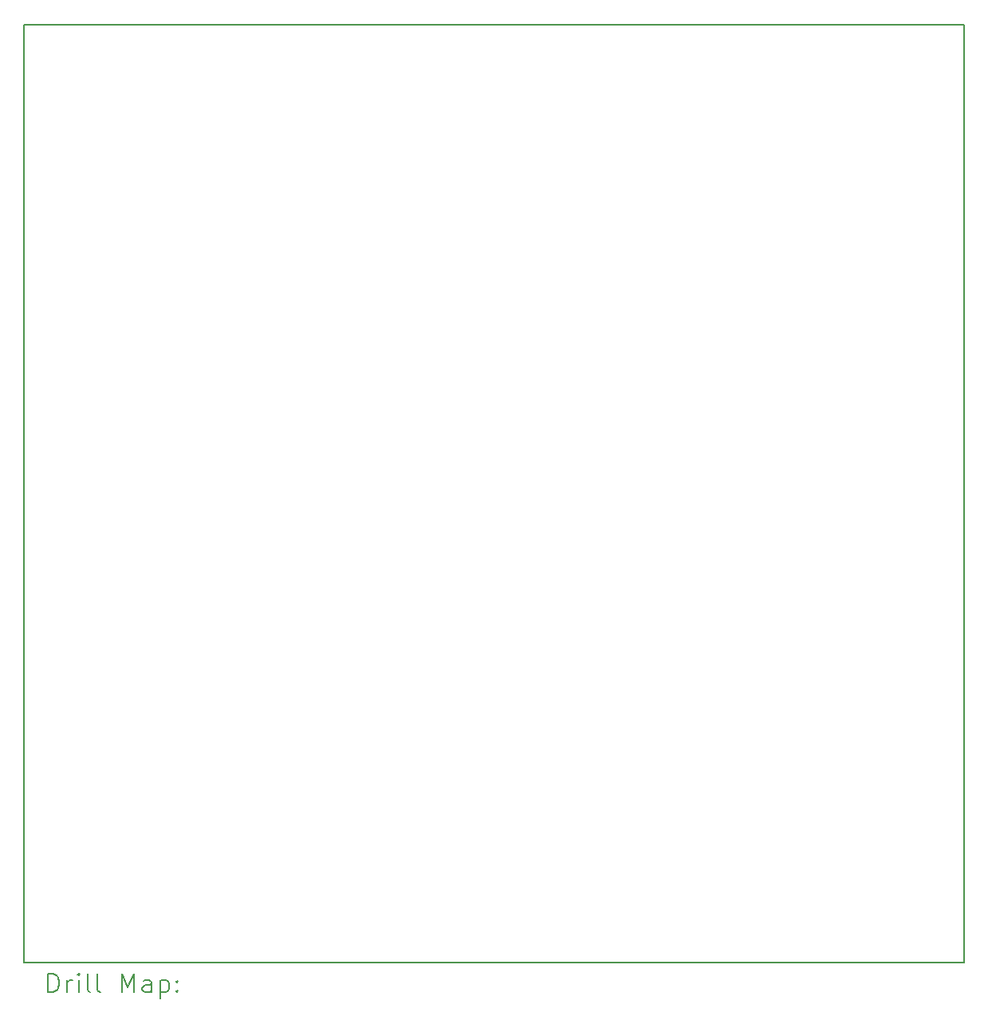
<source format=gbr>
%TF.GenerationSoftware,KiCad,Pcbnew,7.0.9*%
%TF.CreationDate,2023-11-27T11:41:06+10:00*%
%TF.ProjectId,Front Console Output,46726f6e-7420-4436-9f6e-736f6c65204f,rev?*%
%TF.SameCoordinates,Original*%
%TF.FileFunction,Drillmap*%
%TF.FilePolarity,Positive*%
%FSLAX45Y45*%
G04 Gerber Fmt 4.5, Leading zero omitted, Abs format (unit mm)*
G04 Created by KiCad (PCBNEW 7.0.9) date 2023-11-27 11:41:06*
%MOMM*%
%LPD*%
G01*
G04 APERTURE LIST*
%ADD10C,0.150000*%
%ADD11C,0.200000*%
G04 APERTURE END LIST*
D10*
X12539000Y-5448000D02*
X22519000Y-5448000D01*
X22519000Y-15394000D01*
X12539000Y-15394000D01*
X12539000Y-5448000D01*
D11*
X12792277Y-15712984D02*
X12792277Y-15512984D01*
X12792277Y-15512984D02*
X12839896Y-15512984D01*
X12839896Y-15512984D02*
X12868467Y-15522508D01*
X12868467Y-15522508D02*
X12887515Y-15541555D01*
X12887515Y-15541555D02*
X12897039Y-15560603D01*
X12897039Y-15560603D02*
X12906562Y-15598698D01*
X12906562Y-15598698D02*
X12906562Y-15627269D01*
X12906562Y-15627269D02*
X12897039Y-15665365D01*
X12897039Y-15665365D02*
X12887515Y-15684412D01*
X12887515Y-15684412D02*
X12868467Y-15703460D01*
X12868467Y-15703460D02*
X12839896Y-15712984D01*
X12839896Y-15712984D02*
X12792277Y-15712984D01*
X12992277Y-15712984D02*
X12992277Y-15579650D01*
X12992277Y-15617746D02*
X13001801Y-15598698D01*
X13001801Y-15598698D02*
X13011324Y-15589174D01*
X13011324Y-15589174D02*
X13030372Y-15579650D01*
X13030372Y-15579650D02*
X13049420Y-15579650D01*
X13116086Y-15712984D02*
X13116086Y-15579650D01*
X13116086Y-15512984D02*
X13106562Y-15522508D01*
X13106562Y-15522508D02*
X13116086Y-15532031D01*
X13116086Y-15532031D02*
X13125610Y-15522508D01*
X13125610Y-15522508D02*
X13116086Y-15512984D01*
X13116086Y-15512984D02*
X13116086Y-15532031D01*
X13239896Y-15712984D02*
X13220848Y-15703460D01*
X13220848Y-15703460D02*
X13211324Y-15684412D01*
X13211324Y-15684412D02*
X13211324Y-15512984D01*
X13344658Y-15712984D02*
X13325610Y-15703460D01*
X13325610Y-15703460D02*
X13316086Y-15684412D01*
X13316086Y-15684412D02*
X13316086Y-15512984D01*
X13573229Y-15712984D02*
X13573229Y-15512984D01*
X13573229Y-15512984D02*
X13639896Y-15655841D01*
X13639896Y-15655841D02*
X13706562Y-15512984D01*
X13706562Y-15512984D02*
X13706562Y-15712984D01*
X13887515Y-15712984D02*
X13887515Y-15608222D01*
X13887515Y-15608222D02*
X13877991Y-15589174D01*
X13877991Y-15589174D02*
X13858943Y-15579650D01*
X13858943Y-15579650D02*
X13820848Y-15579650D01*
X13820848Y-15579650D02*
X13801801Y-15589174D01*
X13887515Y-15703460D02*
X13868467Y-15712984D01*
X13868467Y-15712984D02*
X13820848Y-15712984D01*
X13820848Y-15712984D02*
X13801801Y-15703460D01*
X13801801Y-15703460D02*
X13792277Y-15684412D01*
X13792277Y-15684412D02*
X13792277Y-15665365D01*
X13792277Y-15665365D02*
X13801801Y-15646317D01*
X13801801Y-15646317D02*
X13820848Y-15636793D01*
X13820848Y-15636793D02*
X13868467Y-15636793D01*
X13868467Y-15636793D02*
X13887515Y-15627269D01*
X13982753Y-15579650D02*
X13982753Y-15779650D01*
X13982753Y-15589174D02*
X14001801Y-15579650D01*
X14001801Y-15579650D02*
X14039896Y-15579650D01*
X14039896Y-15579650D02*
X14058943Y-15589174D01*
X14058943Y-15589174D02*
X14068467Y-15598698D01*
X14068467Y-15598698D02*
X14077991Y-15617746D01*
X14077991Y-15617746D02*
X14077991Y-15674888D01*
X14077991Y-15674888D02*
X14068467Y-15693936D01*
X14068467Y-15693936D02*
X14058943Y-15703460D01*
X14058943Y-15703460D02*
X14039896Y-15712984D01*
X14039896Y-15712984D02*
X14001801Y-15712984D01*
X14001801Y-15712984D02*
X13982753Y-15703460D01*
X14163705Y-15693936D02*
X14173229Y-15703460D01*
X14173229Y-15703460D02*
X14163705Y-15712984D01*
X14163705Y-15712984D02*
X14154182Y-15703460D01*
X14154182Y-15703460D02*
X14163705Y-15693936D01*
X14163705Y-15693936D02*
X14163705Y-15712984D01*
X14163705Y-15589174D02*
X14173229Y-15598698D01*
X14173229Y-15598698D02*
X14163705Y-15608222D01*
X14163705Y-15608222D02*
X14154182Y-15598698D01*
X14154182Y-15598698D02*
X14163705Y-15589174D01*
X14163705Y-15589174D02*
X14163705Y-15608222D01*
M02*

</source>
